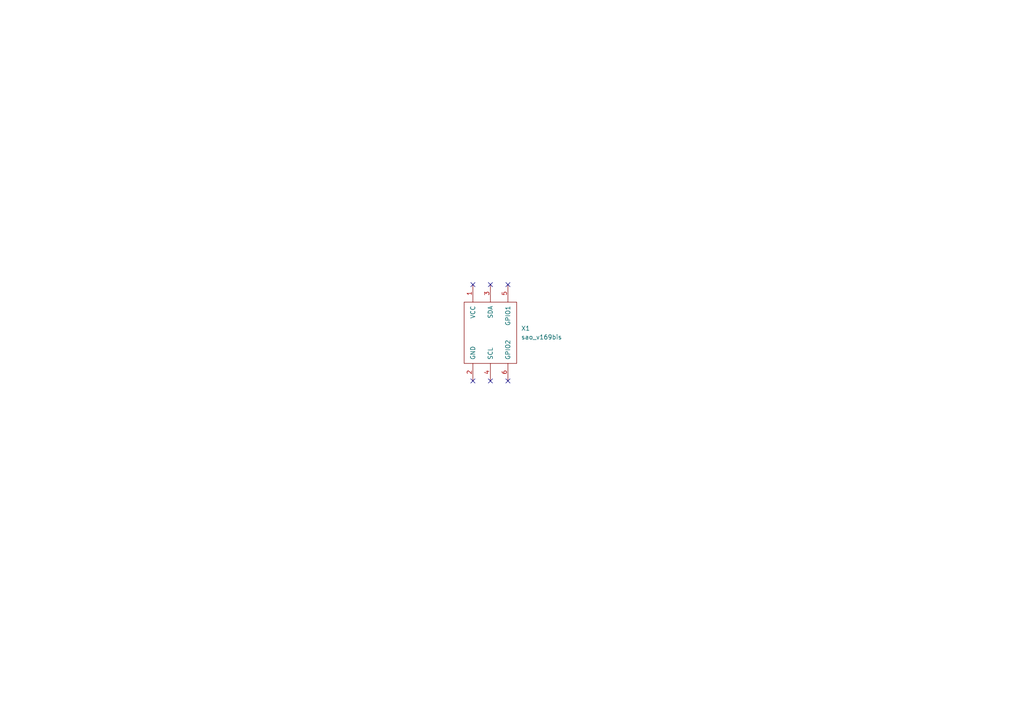
<source format=kicad_sch>
(kicad_sch (version 20211123) (generator eeschema)
  (paper "A4")
  (lib_symbols
    (symbol "BadgePiratesSymbols:Badgelife_sao_connector_v169bis" (pin_names (offset 1.016))
      (property "Reference" "X" (at 0 0 0))
      (property "Value" "Badgelife_sao_connector_v169bis" (at 0 20.32 0))
      (symbol "Badgelife_sao_connector_v169bis_0_1"
        (rectangle (start -7.62 8.89) (end 7.62 -8.89))
      )
      (symbol "Badgelife_sao_connector_v169bis_1_1"
        (pin input line (at -5.08 13.97 270) (length 5.08) (name "VCC") (number "1"))
        (pin input line (at -5.08 -13.97 90) (length 5.08) (name "GND") (number "2"))
        (pin input line (at 0 13.97 270) (length 5.08) (name "SDA") (number "3"))
        (pin input line (at 0 -13.97 90) (length 5.08) (name "SCL") (number "4"))
        (pin input line (at 5.08 13.97 270) (length 5.08) (name "GPIO1") (number "5"))
        (pin input line (at 5.08 -13.97 90) (length 5.08) (name "GPIO2") (number "6"))
      )
    )
  )
  (no_connect (at 137.16 110.49))
  (no_connect (at 137.16 82.55))
  (no_connect (at 142.24 82.55))
  (no_connect (at 147.32 82.55))
  (no_connect (at 147.32 110.49))
  (no_connect (at 142.24 110.49))
  (symbol (lib_id "BadgePiratesSymbols:Badgelife_sao_connector_v169bis") (at 142.24 96.52 0) (unit 1)
    (property "Reference" "X1" (at 151.13 95.2499 0) (effects (justify left)))
    (property "Value" "sao_v169bis" (at 151.13 97.7899 0) (effects (justify left)))
    (property "Footprint" "BadgePirates:Badgelife-SAOv169-SAO_Side_B.SLK" (effects hide))
  )
)
</source>
